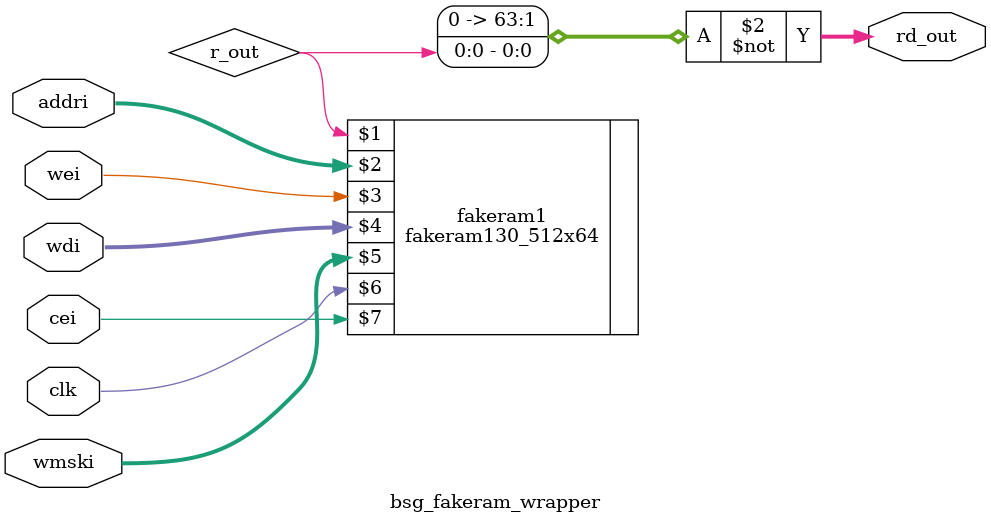
<source format=v>
module bsg_fakeram_wrapper
(
   rd_out,
   addri,
   wei,
   wdi,
   wmski,
   clk,
   cei,
);
   parameter BITS = 64;
   parameter ADDR_WIDTH = 9;

   output reg [BITS-1:0]    rd_out;
   input  [ADDR_WIDTH-1:0]  addri;
   input                    wei;
   input  [BITS-1:0]        wdi;
   input  [BITS-1:0]        wmski;
   input                    clk;
   input                    cei;
//   input VPWR, VGND;
   
  // assign VPWR = 1'b1;
   //assign VGND = 1'b0;
   fakeram130_512x64 fakeram1 (r_out, addri, wei, wdi, wmski, clk, cei);

   assign rd_out = ~r_out;
  
endmodule


</source>
